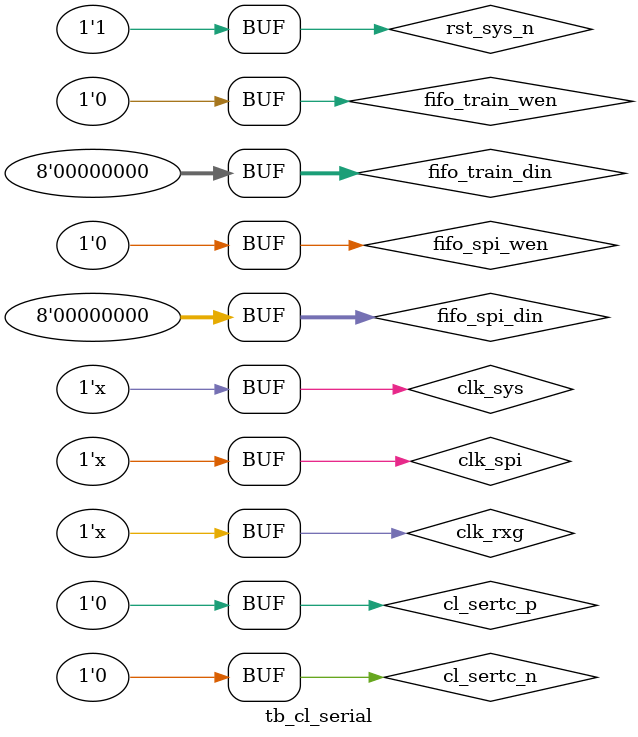
<source format=v>
`timescale 1ns / 1ps


module tb_cl_serial;

	// Inputs
	reg cl_sertc_p;
	reg cl_sertc_n;
	reg clk_spi;
	reg fifo_spi_wen;
	reg [7:0] fifo_spi_din;
	reg fifo_train_wen;
	reg [7:0] fifo_train_din;
	reg clk_sys;
	reg rst_sys_n;
	reg clk_rxg;

	// Outputs
	wire cl_sertfg_p;
	wire cl_sertfg_n;
	wire cmd_spi_wr;
	wire cmd_spi_rd;
	wire [255:0] spi_register;
	wire [23:0] reg_integration;
	wire [7:0] reg_frame;
	wire hdr_enable;
	wire rolling_enable;
	wire [9:0] reg_cnt_timing_cycle;
	wire [11:0] reg_window_row_start;
	wire [11:0] reg_window_row_length;
	wire [9:0] timing_bram_rd_addr;
	wire [20:0] timing_bram_dout;
	wire [11:0] reg_test_image_chan_0;
	wire [11:0] reg_test_image_chan_1;
	wire [11:0] reg_test_image_chan_2;
	wire [11:0] reg_test_image_chan_3;
	wire [11:0] training_word;
	wire [7:0] reg_camera_control;
	wire reg_ctrl_led;
	wire reg_test_image_enable;

	// Instantiate the Unit Under Test (UUT)
	cl_serial uut (
		.cl_sertc_p(cl_sertc_p), 
		.cl_sertc_n(cl_sertc_n), 
		.cl_sertfg_p(cl_sertfg_p), 
		.cl_sertfg_n(cl_sertfg_n), 
		.cmd_spi_wr(cmd_spi_wr), 
		.cmd_spi_rd(cmd_spi_rd), 
		.clk_spi(clk_spi), 
		.spi_register(spi_register), 
		.fifo_spi_wen(fifo_spi_wen), 
		.fifo_spi_din(fifo_spi_din), 
		.reg_integration(reg_integration), 
		.reg_frame(reg_frame), 
		.hdr_enable(hdr_enable), 
		.rolling_enable(rolling_enable), 
		.reg_cnt_timing_cycle(reg_cnt_timing_cycle), 
		.reg_window_row_start(reg_window_row_start), 
		.reg_window_row_length(reg_window_row_length), 
		.timing_bram_rd_addr(timing_bram_rd_addr), 
		.timing_bram_dout(timing_bram_dout), 
		.reg_test_image_chan_0(reg_test_image_chan_0), 
		.reg_test_image_chan_1(reg_test_image_chan_1), 
		.reg_test_image_chan_2(reg_test_image_chan_2), 
		.reg_test_image_chan_3(reg_test_image_chan_3), 
		.training_word(training_word), 
		.fifo_train_wen(fifo_train_wen), 
		.fifo_train_din(fifo_train_din), 
		.reg_camera_control(reg_camera_control), 
		.reg_ctrl_led(reg_ctrl_led), 
		.reg_test_image_enable(reg_test_image_enable), 
		.clk_sys(clk_sys), 
		.rst_sys_n(rst_sys_n), 
		.clk_col(clk_col)
	);

	initial begin
		// Initialize Inputs
		cl_sertc_p = 0;
		cl_sertc_n = 0;
		clk_spi = 1;
		fifo_spi_wen = 0;
		fifo_spi_din = 0;
		fifo_train_wen = 0;
		fifo_train_din = 0;
		clk_sys = 0;
		rst_sys_n = 0;
		clk_rxg = 0;

		// Wait 100 ns for global reset to finish
		#100;
		#1000 rst_sys_n = 1;
       
		// Add stimulus here

	end
      always #20	clk_sys = ~clk_sys;
		always #20  clk_spi = ~clk_spi;
		always #20  clk_rxg = ~clk_rxg;

		
		
		
endmodule


</source>
